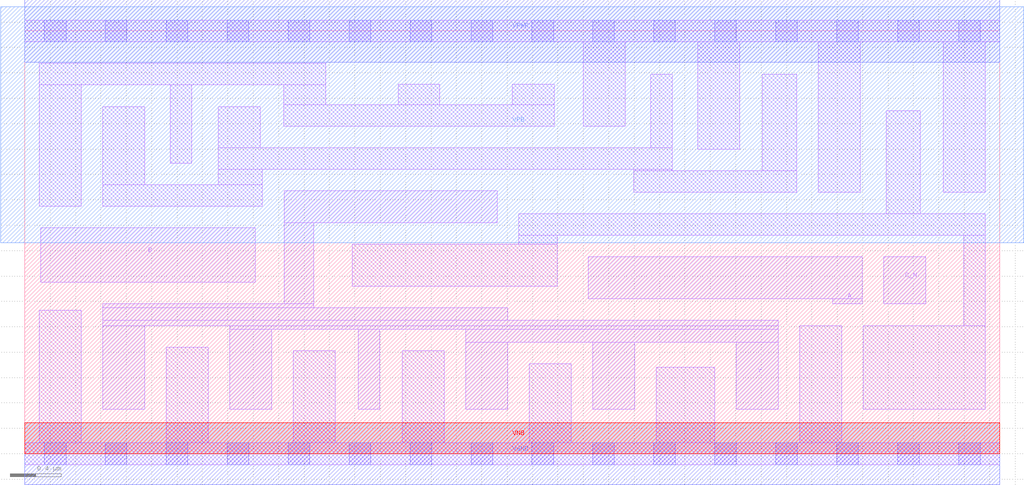
<source format=lef>
# Copyright 2020 The SkyWater PDK Authors
#
# Licensed under the Apache License, Version 2.0 (the "License");
# you may not use this file except in compliance with the License.
# You may obtain a copy of the License at
#
#     https://www.apache.org/licenses/LICENSE-2.0
#
# Unless required by applicable law or agreed to in writing, software
# distributed under the License is distributed on an "AS IS" BASIS,
# WITHOUT WARRANTIES OR CONDITIONS OF ANY KIND, either express or implied.
# See the License for the specific language governing permissions and
# limitations under the License.
#
# SPDX-License-Identifier: Apache-2.0

VERSION 5.7 ;
  NOWIREEXTENSIONATPIN ON ;
  DIVIDERCHAR "/" ;
  BUSBITCHARS "[]" ;
MACRO sky130_fd_sc_ls__nor3b_4
  CLASS CORE ;
  FOREIGN sky130_fd_sc_ls__nor3b_4 ;
  ORIGIN  0.000000  0.000000 ;
  SIZE  7.680000 BY  3.330000 ;
  SYMMETRY X Y ;
  SITE unit ;
  PIN A
    ANTENNAGATEAREA  1.116000 ;
    DIRECTION INPUT ;
    USE SIGNAL ;
    PORT
      LAYER li1 ;
        RECT 4.440000 1.220000 6.595000 1.550000 ;
        RECT 6.365000 1.180000 6.595000 1.220000 ;
    END
  END A
  PIN B
    ANTENNAGATEAREA  1.116000 ;
    DIRECTION INPUT ;
    USE SIGNAL ;
    PORT
      LAYER li1 ;
        RECT 0.125000 1.350000 1.815000 1.780000 ;
    END
  END B
  PIN C_N
    ANTENNAGATEAREA  0.363000 ;
    DIRECTION INPUT ;
    USE SIGNAL ;
    PORT
      LAYER li1 ;
        RECT 6.765000 1.180000 7.095000 1.550000 ;
    END
  END C_N
  PIN Y
    ANTENNADIFFAREA  1.985500 ;
    DIRECTION OUTPUT ;
    USE SIGNAL ;
    PORT
      LAYER li1 ;
        RECT 0.615000 0.350000 0.945000 1.010000 ;
        RECT 0.615000 1.010000 5.935000 1.050000 ;
        RECT 0.615000 1.050000 3.805000 1.150000 ;
        RECT 0.615000 1.150000 2.275000 1.180000 ;
        RECT 1.615000 0.350000 1.945000 0.980000 ;
        RECT 1.615000 0.980000 5.935000 1.010000 ;
        RECT 2.045000 1.180000 2.275000 1.820000 ;
        RECT 2.045000 1.820000 3.720000 2.070000 ;
        RECT 2.625000 0.350000 2.795000 0.980000 ;
        RECT 3.475000 0.350000 3.805000 0.880000 ;
        RECT 3.475000 0.880000 5.935000 0.980000 ;
        RECT 4.475000 0.350000 4.805000 0.880000 ;
        RECT 5.605000 0.350000 5.935000 0.880000 ;
    END
  END Y
  PIN VGND
    DIRECTION INOUT ;
    SHAPE ABUTMENT ;
    USE GROUND ;
    PORT
      LAYER met1 ;
        RECT 0.000000 -0.245000 7.680000 0.245000 ;
    END
  END VGND
  PIN VNB
    DIRECTION INOUT ;
    USE GROUND ;
    PORT
      LAYER pwell ;
        RECT 0.000000 0.000000 7.680000 0.245000 ;
    END
  END VNB
  PIN VPB
    DIRECTION INOUT ;
    USE POWER ;
    PORT
      LAYER nwell ;
        RECT -0.190000 1.660000 7.870000 3.520000 ;
    END
  END VPB
  PIN VPWR
    DIRECTION INOUT ;
    SHAPE ABUTMENT ;
    USE POWER ;
    PORT
      LAYER met1 ;
        RECT 0.000000 3.085000 7.680000 3.575000 ;
    END
  END VPWR
  OBS
    LAYER li1 ;
      RECT 0.000000 -0.085000 7.680000 0.085000 ;
      RECT 0.000000  3.245000 7.680000 3.415000 ;
      RECT 0.115000  0.085000 0.445000 1.130000 ;
      RECT 0.115000  1.950000 0.445000 2.905000 ;
      RECT 0.115000  2.905000 2.370000 3.075000 ;
      RECT 0.615000  1.950000 1.870000 2.120000 ;
      RECT 0.615000  2.120000 0.945000 2.735000 ;
      RECT 1.115000  0.085000 1.445000 0.840000 ;
      RECT 1.145000  2.290000 1.315000 2.905000 ;
      RECT 1.525000  2.120000 1.870000 2.240000 ;
      RECT 1.525000  2.240000 5.100000 2.410000 ;
      RECT 1.525000  2.410000 1.855000 2.735000 ;
      RECT 2.040000  2.580000 4.170000 2.750000 ;
      RECT 2.040000  2.750000 2.370000 2.905000 ;
      RECT 2.115000  0.085000 2.445000 0.810000 ;
      RECT 2.580000  1.320000 4.195000 1.650000 ;
      RECT 2.940000  2.750000 3.270000 2.910000 ;
      RECT 2.975000  0.085000 3.305000 0.810000 ;
      RECT 3.840000  2.750000 4.170000 2.910000 ;
      RECT 3.890000  1.650000 4.195000 1.720000 ;
      RECT 3.890000  1.720000 7.565000 1.890000 ;
      RECT 3.975000  0.085000 4.305000 0.710000 ;
      RECT 4.400000  2.580000 4.730000 3.245000 ;
      RECT 4.795000  2.060000 6.080000 2.230000 ;
      RECT 4.795000  2.230000 5.100000 2.240000 ;
      RECT 4.930000  2.410000 5.100000 2.990000 ;
      RECT 4.975000  0.085000 5.435000 0.680000 ;
      RECT 5.300000  2.400000 5.630000 3.245000 ;
      RECT 5.810000  2.230000 6.080000 2.990000 ;
      RECT 6.105000  0.085000 6.435000 1.010000 ;
      RECT 6.250000  2.060000 6.580000 3.245000 ;
      RECT 6.605000  0.350000 7.565000 1.010000 ;
      RECT 6.785000  1.890000 7.055000 2.700000 ;
      RECT 7.235000  2.060000 7.565000 3.245000 ;
      RECT 7.395000  1.010000 7.565000 1.720000 ;
    LAYER mcon ;
      RECT 0.155000 -0.085000 0.325000 0.085000 ;
      RECT 0.155000  3.245000 0.325000 3.415000 ;
      RECT 0.635000 -0.085000 0.805000 0.085000 ;
      RECT 0.635000  3.245000 0.805000 3.415000 ;
      RECT 1.115000 -0.085000 1.285000 0.085000 ;
      RECT 1.115000  3.245000 1.285000 3.415000 ;
      RECT 1.595000 -0.085000 1.765000 0.085000 ;
      RECT 1.595000  3.245000 1.765000 3.415000 ;
      RECT 2.075000 -0.085000 2.245000 0.085000 ;
      RECT 2.075000  3.245000 2.245000 3.415000 ;
      RECT 2.555000 -0.085000 2.725000 0.085000 ;
      RECT 2.555000  3.245000 2.725000 3.415000 ;
      RECT 3.035000 -0.085000 3.205000 0.085000 ;
      RECT 3.035000  3.245000 3.205000 3.415000 ;
      RECT 3.515000 -0.085000 3.685000 0.085000 ;
      RECT 3.515000  3.245000 3.685000 3.415000 ;
      RECT 3.995000 -0.085000 4.165000 0.085000 ;
      RECT 3.995000  3.245000 4.165000 3.415000 ;
      RECT 4.475000 -0.085000 4.645000 0.085000 ;
      RECT 4.475000  3.245000 4.645000 3.415000 ;
      RECT 4.955000 -0.085000 5.125000 0.085000 ;
      RECT 4.955000  3.245000 5.125000 3.415000 ;
      RECT 5.435000 -0.085000 5.605000 0.085000 ;
      RECT 5.435000  3.245000 5.605000 3.415000 ;
      RECT 5.915000 -0.085000 6.085000 0.085000 ;
      RECT 5.915000  3.245000 6.085000 3.415000 ;
      RECT 6.395000 -0.085000 6.565000 0.085000 ;
      RECT 6.395000  3.245000 6.565000 3.415000 ;
      RECT 6.875000 -0.085000 7.045000 0.085000 ;
      RECT 6.875000  3.245000 7.045000 3.415000 ;
      RECT 7.355000 -0.085000 7.525000 0.085000 ;
      RECT 7.355000  3.245000 7.525000 3.415000 ;
  END
END sky130_fd_sc_ls__nor3b_4
END LIBRARY

</source>
